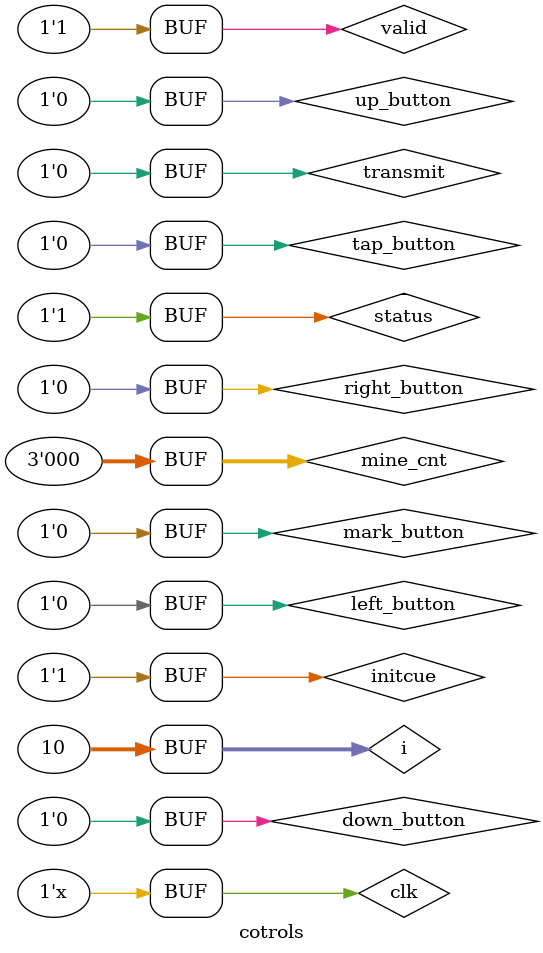
<source format=v>
`timescale 1ns / 1ps


module cotrols;

	// Inputs
	reg clk;
	reg mark_button;
	reg tap_button;
	reg left_button;
	reg right_button;
	reg up_button;
	reg down_button;
	reg [2:0] mine_cnt;
	reg valid;
	reg status;
	reg transmit;
	reg initcue;

	// Outputs
	wire dead;
	wire [5:0] leftover;
	wire [3:0] x;
	wire [3:0] y;
	wire update;
	wire [7:0] A;
	wire [3:0] GMdata;
	wire [7:0] GMaddress;

	// Instantiate the Unit Under Test (UUT)
	control uut (
		.clk(clk), 
		.dead(dead), 
		.mark_button(mark_button), 
		.tap_button(tap_button), 
		.left_button(left_button), 
		.right_button(right_button), 
		.up_button(up_button), 
		.down_button(down_button), 
		.leftover(leftover), 
		.x(x), 
		.y(y), 
		.update(update), 
		.mine_cnt(mine_cnt), 
		.valid(valid), 
		.status(status), 
		.A(A), 
		.transmit(transmit), 
		.GMdata(GMdata), 
		.GMaddress(GMaddress), 
		.initcue(initcue)
	);
	always begin
		#10;
		clk=~clk;
	end
	integer i;
	initial begin
		// Initialize Inputs
		clk = 0;
		mark_button = 0;
		tap_button = 0;
		left_button = 0;
		right_button = 0;
		up_button = 0;
		down_button = 0;
		mine_cnt = 0;
		valid = 1;
		status = 0;
		transmit = 0;
		initcue = 0;
		#10;
		for(i=0;i<10;i=i+1)begin
			right_button=1;
			#20;
			right_button=0;
			status=1;
			#200;
			tap_button=1;
			#20;
			tap_button=0;
		end
		initcue=1;

	end
      
endmodule


</source>
